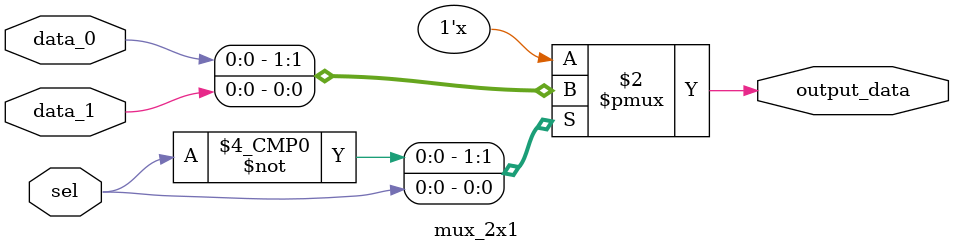
<source format=v>
module mux_2x1 (
    input wire sel,
    input wire data_0,
    input wire data_1,
    output reg output_data
);

always @(*)
begin
    case (sel)
        1'b0: output_data = data_0;
        1'b1: output_data = data_1;
        default: output_data = 1'bx; // 선택 비트가 정의되지 않은 경우 출력을 'x'로 설정
    endcase
end

endmodule

</source>
